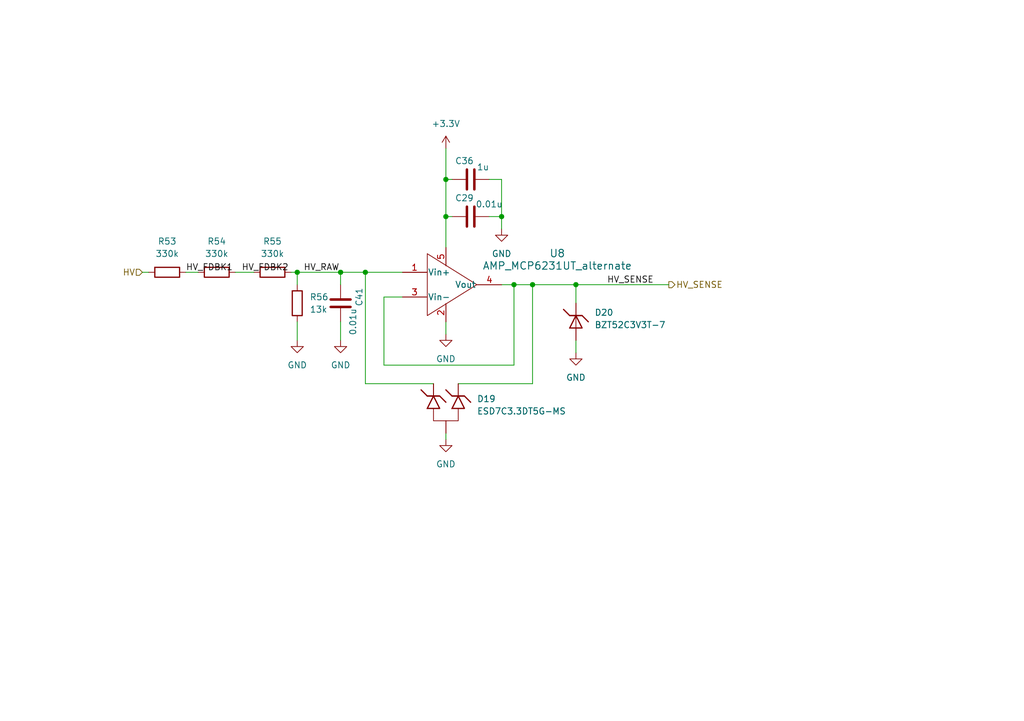
<source format=kicad_sch>
(kicad_sch (version 20250114) (generator "eeschema") (generator_version "9.0")
  (paper "A5")
  (lib_symbols
    (symbol "bots:AMP_MCP6231UT_alternate" (pin_names (offset 0.254))
      (property "Reference" "U8" (at -7.62 10.16 0))
      (property "Value" "AMP_MCP6231UT_alternate" (at -12.7 7.62 0))
      (symbol "AMP_MCP6231UT_alternate_0_1"
        (polyline (pts (xy -3.81 6.35) (xy 6.35 0) (xy -3.81 -6.35) (xy -3.81 6.35)))
      )
      (symbol "AMP_MCP6231UT_alternate_1_1"
        (pin input line (at -8.89 2.54 0) (length 4.95) (name "Vin+") (number "1"))
        (pin input line (at -8.89 -2.54 0) (length 4.95) (name "Vin-") (number "3"))
        (pin power_in line (at 0 7.62 270) (length 3.75) (name "~") (number "5"))
        (pin power_out line (at 0 -7.62 90) (length 3.75) (name "~") (number "2"))
        (pin output line (at 11.43 0 180) (length 4.99) (name "Vout") (number "4"))
      )
    )
    (symbol "bots:D_TVS_ESD" (pin_numbers (hide yes)) (pin_names (offset 1.016) (hide yes))
      (property "Reference" "D19" (at -0.6986 6.35 90))
      (property "Value" "ESD7C3.3DT5G-MS" (at 1.8414 6.35 90))
      (symbol "D_TVS_ESD_0_1"
        (polyline (pts (xy -1.27 3.81) (xy -1.27 1.27) (xy -2.54 0)) (stroke (width 0.254)))
        (polyline (pts (xy -1.27 1.27) (xy -1.27 3.81) (xy 0 5.08)) (stroke (width 0.254)))
        (polyline (pts (xy -1.27 -1.27) (xy -1.27 -3.81) (xy -2.54 -5.08)) (stroke (width 0.254)))
        (polyline (pts (xy -1.27 -3.81) (xy -1.27 -1.27) (xy 0 0)) (stroke (width 0.254)))
        (polyline (pts (xy 1.27 2.54) (xy 3.81 2.54) (xy 3.81 -2.54) (xy 1.27 -2.54)))
        (polyline (pts (xy 1.27 1.27) (xy 1.27 3.81) (xy -1.27 2.54) (xy 1.27 1.27)) (stroke (width 0.254)))
        (polyline (pts (xy 1.27 -3.81) (xy 1.27 -1.27) (xy -1.27 -2.54) (xy 1.27 -3.81)) (stroke (width 0.254)))
      )
      (symbol "D_TVS_ESD_1_1"
        (pin passive line (at -3.81 2.54 0) (length 2.54) (name "~") (number "1"))
        (pin passive line (at -3.81 -2.54 0) (length 2.54) (name "~") (number "2"))
        (pin passive line (at 6.35 0 180) (length 2.54) (name "~") (number "3"))
      )
    )
    (symbol "bots:D_ZENER_BZT52C3V3T-7_alternate" (pin_numbers (hide yes)) (pin_names (offset 1.016) (hide yes))
      (property "Reference" "D20" (at -1.9051 3.81 90))
      (property "Value" "BZT52C3V3T-7" (at 0.6349 3.81 90))
      (symbol "D_ZENER_BZT52C3V3T-7_alternate_0_1"
        (polyline (pts (xy -1.27 1.27) (xy -1.27 -1.27) (xy -2.54 -2.54)) (stroke (width 0.254)))
        (polyline (pts (xy -1.27 -1.27) (xy -1.27 1.27) (xy 0 2.54)) (stroke (width 0.254)))
        (polyline (pts (xy 1.27 0) (xy -1.27 0)))
        (polyline (pts (xy 1.27 -1.27) (xy 1.27 1.27) (xy -1.27 0) (xy 1.27 -1.27)) (stroke (width 0.254)))
      )
      (symbol "D_ZENER_BZT52C3V3T-7_alternate_1_1"
        (pin passive line (at -3.81 0 0) (length 2.54) (name "K") (number "1"))
        (pin passive line (at 3.81 0 180) (length 2.54) (name "A") (number "2"))
      )
    )
    (symbol "power:+3.3V" (power) (pin_names (offset 0))
      (property "Value" "+3.3V" (at 0 3.556 0))
      (symbol "+3.3V_0_1"
        (polyline (pts (xy -0.762 1.27) (xy 0 2.54)))
        (polyline (pts (xy 0 2.54) (xy 0.762 1.27)))
        (polyline (pts (xy 0 0) (xy 0 2.54)))
      )
      (symbol "+3.3V_1_1"
        (pin power_in line (at 0 0 90) (length 0) (hide yes) (name "+3.3V") (number "1"))
      )
    )
    (symbol "power:GND" (power) (pin_names (offset 0))
      (property "Value" "GND" (at 0 -3.81 0))
      (symbol "GND_0_1"
        (polyline (pts (xy 0 0) (xy 0 -1.27) (xy 1.27 -1.27) (xy 0 -2.54) (xy -1.27 -1.27) (xy 0 -1.27)))
      )
      (symbol "GND_1_1"
        (pin power_in line (at 0 0 270) (length 0) (hide yes) (name "GND") (number "1"))
      )
    )
    (symbol "thebots_symlib:C_0.01u" (pin_numbers (hide yes)) (pin_names (offset 0.254))
      (property "Reference" "C" (at 0.635 2.54 0))
      (property "Value" "0.01u" (at 0.635 -2.54 0))
      (symbol "C_0.01u_0_1"
        (polyline (pts (xy -2.032 0.762) (xy 2.032 0.762)) (stroke (width 0.508)))
        (polyline (pts (xy -2.032 -0.762) (xy 2.032 -0.762)) (stroke (width 0.508)))
      )
      (symbol "C_0.01u_1_1"
        (pin passive line (at 0 3.81 270) (length 2.794) (name "~") (number "1"))
        (pin passive line (at 0 -3.81 90) (length 2.794) (name "~") (number "2"))
      )
    )
    (symbol "thebots_symlib:C_1u" (pin_numbers (hide yes)) (pin_names (offset 0.254))
      (property "Reference" "C" (at 0.635 2.54 0))
      (property "Value" "1u" (at 0.635 -2.54 0))
      (symbol "C_1u_0_1"
        (polyline (pts (xy -2.032 0.762) (xy 2.032 0.762)) (stroke (width 0.508)))
        (polyline (pts (xy -2.032 -0.762) (xy 2.032 -0.762)) (stroke (width 0.508)))
      )
      (symbol "C_1u_1_1"
        (pin passive line (at 0 3.81 270) (length 2.794) (name "~") (number "1"))
        (pin passive line (at 0 -3.81 90) (length 2.794) (name "~") (number "2"))
      )
    )
    (symbol "thebots_symlib:R_13k" (pin_numbers (hide yes)) (pin_names (offset 0))
      (property "Reference" "R" (at 2.032 0 90))
      (property "Value" "13k" (at 0 0 90))
      (symbol "R_13k_0_1"
        (rectangle (start -1.016 -2.54) (end 1.016 2.54) (stroke (width 0.254)))
      )
      (symbol "R_13k_1_1"
        (pin passive line (at 0 3.81 270) (length 1.27) (name "~") (number "1"))
        (pin passive line (at 0 -3.81 90) (length 1.27) (name "~") (number "2"))
      )
    )
    (symbol "thebots_symlib:R_330k" (pin_numbers (hide yes)) (pin_names (offset 0))
      (property "Reference" "R" (at 2.032 0 90))
      (property "Value" "330k" (at 0 0 90))
      (symbol "R_330k_0_1"
        (rectangle (start -1.016 -2.54) (end 1.016 2.54) (stroke (width 0.254)))
      )
      (symbol "R_330k_1_1"
        (pin passive line (at 0 3.81 270) (length 1.27) (name "~") (number "1"))
        (pin passive line (at 0 -3.81 90) (length 1.27) (name "~") (number "2"))
      )
    )
  )
  (junction (at 91.44 44.45))
  (junction (at 74.93 55.88))
  (junction (at 91.44 36.83))
  (junction (at 105.41 58.42))
  (junction (at 118.11 58.42))
  (junction (at 69.85 55.88))
  (junction (at 102.87 44.45))
  (junction (at 109.22 58.42))
  (junction (at 60.96 55.88))
  (wire (pts (xy 100.33 36.83) (xy 102.87 36.83)))
  (wire (pts (xy 118.11 58.42) (xy 137.16 58.42)))
  (wire (pts (xy 69.85 66.04) (xy 69.85 69.85)))
  (wire (pts (xy 38.1 55.88) (xy 40.64 55.88)))
  (wire (pts (xy 91.44 30.48) (xy 91.44 36.83)))
  (wire (pts (xy 105.41 58.42) (xy 102.87 58.42)))
  (wire (pts (xy 82.55 60.96) (xy 78.74 60.96)))
  (wire (pts (xy 109.22 58.42) (xy 118.11 58.42)))
  (wire (pts (xy 60.96 66.04) (xy 60.96 69.85)))
  (wire (pts (xy 91.44 66.04) (xy 91.44 68.58)))
  (wire (pts (xy 91.44 36.83) (xy 91.44 44.45)))
  (wire (pts (xy 88.9 78.74) (xy 74.93 78.74)))
  (wire (pts (xy 74.93 55.88) (xy 74.93 78.74)))
  (wire (pts (xy 59.69 55.88) (xy 60.96 55.88)))
  (wire (pts (xy 69.85 55.88) (xy 69.85 58.42)))
  (wire (pts (xy 78.74 60.96) (xy 78.74 74.93)))
  (wire (pts (xy 102.87 44.45) (xy 102.87 46.99)))
  (wire (pts (xy 48.26 55.88) (xy 52.07 55.88)))
  (wire (pts (xy 29.21 55.88) (xy 30.48 55.88)))
  (wire (pts (xy 92.71 44.45) (xy 91.44 44.45)))
  (wire (pts (xy 109.22 58.42) (xy 109.22 78.74)))
  (wire (pts (xy 118.11 69.85) (xy 118.11 72.39)))
  (wire (pts (xy 105.41 58.42) (xy 109.22 58.42)))
  (wire (pts (xy 92.71 36.83) (xy 91.44 36.83)))
  (wire (pts (xy 60.96 55.88) (xy 60.96 58.42)))
  (wire (pts (xy 91.44 88.9) (xy 91.44 90.17)))
  (wire (pts (xy 93.98 78.74) (xy 109.22 78.74)))
  (wire (pts (xy 100.33 44.45) (xy 102.87 44.45)))
  (wire (pts (xy 91.44 44.45) (xy 91.44 50.8)))
  (wire (pts (xy 78.74 74.93) (xy 105.41 74.93)))
  (wire (pts (xy 60.96 55.88) (xy 69.85 55.88)))
  (wire (pts (xy 118.11 58.42) (xy 118.11 62.23)))
  (wire (pts (xy 69.85 55.88) (xy 74.93 55.88)))
  (wire (pts (xy 74.93 55.88) (xy 82.55 55.88)))
  (wire (pts (xy 102.87 36.83) (xy 102.87 44.45)))
  (wire (pts (xy 105.41 74.93) (xy 105.41 58.42)))
  (label "HV_RAW" (at 62.23 55.88 0))
  (label "HV_FDBK1" (at 38.1 55.88 0))
  (label "HV_SENSE" (at 124.46 58.42 0))
  (label "HV_FDBK2" (at 49.53 55.88 0))
  (hierarchical_label "HV_SENSE" (shape output) (at 137.16 58.42 0))
  (hierarchical_label "HV" (shape input) (at 29.21 55.88 180))
  (symbol (lib_id "bots:AMP_MCP6231UT_alternate") (at 91.44 58.42 0) (unit 1)
    (property "Reference" "U8" (at 114.3 51.9998 0) (effects (font (size 1.524 1.524))))
    (property "Value" "AMP_MCP6231UT_alternate" (at 114.3 54.5398 0) (effects (font (size 1.524 1.524))))
    (property "Footprint" "bots:SOT-23-5" (effects (hide yes)))
    (property "Description" "Alt: 1MHz 15nA Op Amp" (effects (hide yes)))
    (property "MPN" "LMV321IDBVR" (effects (hide yes)))
    (property "Manufacturer" "Texas Instruments " (effects (hide yes)))
    (property "Price" "0.0955" (effects (hide yes)))
    (property "JLC" "SOT-23-5" (effects (hide yes)))
    (property "LCSC" "C7972" (effects (hide yes)))
    (property "JLC Extended" "no" (effects (hide yes)))
  )
  (symbol (lib_id "power:GND") (at 60.96 69.85 0) (unit 1)
    (property "Reference" "#PWR091" (effects (hide yes)))
    (property "Value" "GND" (at 60.96 74.93 0))
  )
  (symbol (lib_id "bots:D_ZENER_BZT52C3V3T-7_alternate") (at 118.11 66.04 270) (unit 1)
    (property "Reference" "D20" (at 121.92 64.1349 90) (effects (justify left)))
    (property "Value" "BZT52C3V3T-7" (at 121.92 66.6749 90) (effects (justify left)))
    (property "Footprint" "bots:D_SOD-523" (effects (hide yes)))
    (property "Description" "Zener diode" (effects (hide yes)))
    (property "MPN" "BZX584C3V3" (effects (hide yes)))
    (property "Manufacturer" "hongjiacheng" (effects (hide yes)))
    (property "Price" "0.0242" (effects (hide yes)))
    (property "JLC" "SOD-523" (effects (hide yes)))
    (property "LCSC" "C19077462" (effects (hide yes)))
    (property "JLC Extended" "no" (effects (hide yes)))
  )
  (symbol (lib_id "bots:D_TVS_ESD") (at 91.44 82.55 270) (unit 1)
    (property "Reference" "D19" (at 97.79 81.8514 90) (effects (justify left)))
    (property "Value" "ESD7C3.3DT5G-MS" (at 97.79 84.3914 90) (effects (justify left)))
    (property "Footprint" "bots:SOT-723" (effects (hide yes)))
    (property "Description" "Zener diode" (effects (hide yes)))
    (property "MPN" "ESD7C3.3DT5G-MS " (effects (hide yes)))
    (property "Manufacturer" "Micro Commercial Co" (effects (hide yes)))
    (property "Price" "0.63" (effects (hide yes)))
    (property "JLC" "C5331072" (effects (hide yes)))
    (property "LCSC" "N/A" (effects (hide yes)))
    (property "extended" "no" (effects (hide yes)))
  )
  (symbol (lib_id "power:GND") (at 69.85 69.85 0) (unit 1)
    (property "Reference" "#PWR090" (effects (hide yes)))
    (property "Value" "GND" (at 69.85 74.93 0))
  )
  (symbol (lib_id "thebots_symlib:R_330k") (at 55.88 55.88 90) (unit 1)
    (property "Reference" "R55" (at 55.88 49.53 90))
    (property "Value" "330k" (at 55.88 52.07 90))
    (property "Footprint" "bots:R_0603_1608Metric" (effects (hide yes)))
    (property "MPN" "0603WAF3303T5E" (effects (hide yes)))
    (property "Manufacturer" "UNI-ROYAL(Uniroyal Elec)" (effects (hide yes)))
    (property "Price" "0.0009" (effects (hide yes)))
    (property "JLC" "0603" (effects (hide yes)))
    (property "LCSC" "C23137" (effects (hide yes)))
    (property "JLC Extended" "no" (effects (hide yes)))
  )
  (symbol (lib_id "power:GND") (at 102.87 46.99 0) (unit 1)
    (property "Reference" "#PWR089" (effects (hide yes)))
    (property "Value" "GND" (at 102.87 52.07 0))
  )
  (symbol (lib_id "thebots_symlib:C_0.01u") (at 69.85 62.23 0) (unit 1)
    (property "Reference" "C41" (at 73.66 60.96 90))
    (property "Value" "0.01u" (at 72.39 66.04 90))
    (property "Footprint" "bots:C_0603_1608Metric" (effects (hide yes)))
    (property "MPN" "0603B103K500NT" (effects (hide yes)))
    (property "Manufacturer" "YAGEO" (effects (hide yes)))
    (property "Price" "0.0021" (effects (hide yes)))
    (property "JLC" "0603" (effects (hide yes)))
    (property "LCSC" "C57112" (effects (hide yes)))
    (property "JLC Extended" "no" (effects (hide yes)))
  )
  (symbol (lib_id "thebots_symlib:R_330k") (at 44.45 55.88 90) (unit 1)
    (property "Reference" "R54" (at 44.45 49.53 90))
    (property "Value" "330k" (at 44.45 52.07 90))
    (property "Footprint" "bots:R_0603_1608Metric" (effects (hide yes)))
    (property "MPN" "0603WAF3303T5E" (effects (hide yes)))
    (property "Manufacturer" "UNI-ROYAL(Uniroyal Elec)" (effects (hide yes)))
    (property "Price" "0.0009" (effects (hide yes)))
    (property "JLC" "0603" (effects (hide yes)))
    (property "LCSC" "C23137" (effects (hide yes)))
    (property "JLC Extended" "no" (effects (hide yes)))
  )
  (symbol (lib_id "thebots_symlib:C_0.01u") (at 96.52 44.45 90) (unit 1)
    (property "Reference" "C29" (at 95.25 40.64 90))
    (property "Value" "0.01u" (at 100.33 41.91 90))
    (property "Footprint" "bots:C_0603_1608Metric" (effects (hide yes)))
    (property "MPN" "0603B103K500NT" (effects (hide yes)))
    (property "Manufacturer" "YAGEO" (effects (hide yes)))
    (property "Price" "0.0021" (effects (hide yes)))
    (property "JLC" "0603" (effects (hide yes)))
    (property "LCSC" "C57112" (effects (hide yes)))
    (property "JLC Extended" "no" (effects (hide yes)))
  )
  (symbol (lib_id "power:GND") (at 118.11 72.39 0) (unit 1)
    (property "Reference" "#PWR092" (effects (hide yes)))
    (property "Value" "GND" (at 118.11 77.47 0))
  )
  (symbol (lib_id "thebots_symlib:R_330k") (at 34.29 55.88 90) (unit 1)
    (property "Reference" "R53" (at 34.29 49.53 90))
    (property "Value" "330k" (at 34.29 52.07 90))
    (property "Footprint" "bots:R_0603_1608Metric" (effects (hide yes)))
    (property "MPN" "0603WAF3303T5E" (effects (hide yes)))
    (property "Manufacturer" "UNI-ROYAL(Uniroyal Elec)" (effects (hide yes)))
    (property "Price" "0.0009" (effects (hide yes)))
    (property "JLC" "0603" (effects (hide yes)))
    (property "LCSC" "C23137" (effects (hide yes)))
    (property "JLC Extended" "no" (effects (hide yes)))
  )
  (symbol (lib_id "thebots_symlib:R_13k") (at 60.96 62.23 0) (unit 1)
    (property "Reference" "R56" (at 63.5 60.96 0) (effects (justify left)))
    (property "Value" "13k" (at 63.5 63.5 0) (effects (justify left)))
    (property "Footprint" "bots:R_0603_1608Metric" (effects (hide yes)))
    (property "MPN" "0603WAF1302T5E" (effects (hide yes)))
    (property "Manufacturer" "UNI-ROYAL(Uniroyal Elec)" (effects (hide yes)))
    (property "Price" "0.0008" (effects (hide yes)))
    (property "JLC" "0603" (effects (hide yes)))
    (property "LCSC" "C22797" (effects (hide yes)))
    (property "JLC Extended" "no" (effects (hide yes)))
  )
  (symbol (lib_id "power:+3.3V") (at 91.44 30.48 0) (unit 1)
    (property "Reference" "#PWR088" (effects (hide yes)))
    (property "Value" "+3.3V" (at 91.44 25.4 0))
  )
  (symbol (lib_id "thebots_symlib:C_1u") (at 96.52 36.83 90) (unit 1)
    (property "Reference" "C36" (at 95.25 33.02 90))
    (property "Value" "1u" (at 99.06 34.29 90))
    (property "Footprint" "bots:C_0603_1608Metric" (effects (hide yes)))
    (property "MPN" "CL10A105KB8NNNC" (effects (hide yes)))
    (property "Manufacturer" "Samsung Electro-Mechanics" (effects (hide yes)))
    (property "Price" "0.0046" (effects (hide yes)))
    (property "JLC" "0603" (effects (hide yes)))
    (property "LCSC" "C15849" (effects (hide yes)))
    (property "JLC Extended" "no" (effects (hide yes)))
  )
  (symbol (lib_id "power:GND") (at 91.44 68.58 0) (unit 1)
    (property "Reference" "#PWR086" (effects (hide yes)))
    (property "Value" "GND" (at 91.44 73.66 0))
  )
  (symbol (lib_id "power:GND") (at 91.44 90.17 0) (unit 1)
    (property "Reference" "#PWR087" (effects (hide yes)))
    (property "Value" "GND" (at 91.44 95.25 0))
  )
)
</source>
